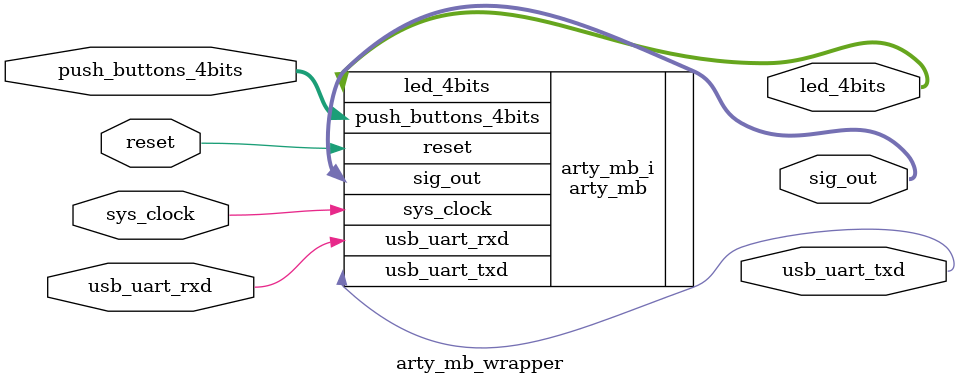
<source format=v>
`timescale 1 ps / 1 ps

module arty_mb_wrapper
   (led_4bits,
    push_buttons_4bits,
    reset,
    sig_out,
    sys_clock,
    usb_uart_rxd,
    usb_uart_txd);
  output [3:0]led_4bits;
  input [3:0]push_buttons_4bits;
  input reset;
  output [3:0]sig_out;
  input sys_clock;
  input usb_uart_rxd;
  output usb_uart_txd;

  wire [3:0]led_4bits;
  wire [3:0]push_buttons_4bits;
  wire reset;
  wire [3:0]sig_out;
  wire sys_clock;
  wire usb_uart_rxd;
  wire usb_uart_txd;

  arty_mb arty_mb_i
       (.led_4bits(led_4bits),
        .push_buttons_4bits(push_buttons_4bits),
        .reset(reset),
        .sig_out(sig_out),
        .sys_clock(sys_clock),
        .usb_uart_rxd(usb_uart_rxd),
        .usb_uart_txd(usb_uart_txd));
endmodule

</source>
